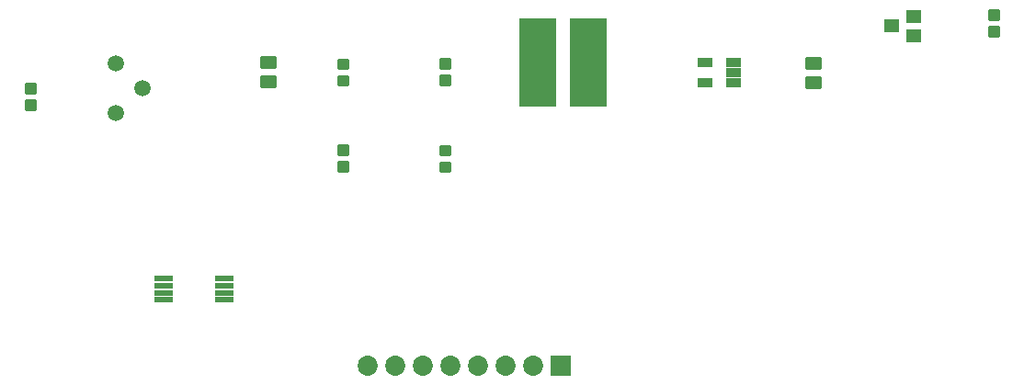
<source format=gbr>
G04 EAGLE Gerber RS-274X export*
G75*
%MOMM*%
%FSLAX34Y34*%
%LPD*%
%INSoldermask Bottom*%
%IPPOS*%
%AMOC8*
5,1,8,0,0,1.08239X$1,22.5*%
G01*
%ADD10C,0.463294*%
%ADD11C,0.425956*%
%ADD12R,1.854200X1.854200*%
%ADD13C,1.854200*%
%ADD14R,3.503200X8.203200*%
%ADD15R,1.346200X1.219200*%
%ADD16R,1.703200X0.503200*%
%ADD17R,1.403200X0.893200*%
%ADD18C,1.511200*%


D10*
X740415Y490410D02*
X740415Y497970D01*
X751785Y497970D01*
X751785Y490410D01*
X740415Y490410D01*
X740415Y494811D02*
X751785Y494811D01*
X740415Y480190D02*
X740415Y472630D01*
X740415Y480190D02*
X751785Y480190D01*
X751785Y472630D01*
X740415Y472630D01*
X740415Y477031D02*
X751785Y477031D01*
D11*
X316331Y474649D02*
X316331Y481311D01*
X316331Y474649D02*
X309669Y474649D01*
X309669Y481311D01*
X316331Y481311D01*
X316331Y478696D02*
X309669Y478696D01*
X316331Y489889D02*
X316331Y496551D01*
X316331Y489889D02*
X309669Y489889D01*
X309669Y496551D01*
X316331Y496551D01*
X316331Y493936D02*
X309669Y493936D01*
X316531Y402011D02*
X316531Y395349D01*
X309869Y395349D01*
X309869Y402011D01*
X316531Y402011D01*
X316531Y399396D02*
X309869Y399396D01*
X316531Y410589D02*
X316531Y417251D01*
X316531Y410589D02*
X309869Y410589D01*
X309869Y417251D01*
X316531Y417251D01*
X316531Y414636D02*
X309869Y414636D01*
D10*
X249685Y473030D02*
X249685Y480590D01*
X249685Y473030D02*
X238315Y473030D01*
X238315Y480590D01*
X249685Y480590D01*
X249685Y477431D02*
X238315Y477431D01*
X249685Y490810D02*
X249685Y498370D01*
X249685Y490810D02*
X238315Y490810D01*
X238315Y498370D01*
X249685Y498370D01*
X249685Y495211D02*
X238315Y495211D01*
D12*
X513900Y215100D03*
D13*
X488500Y215100D03*
X463100Y215100D03*
X437700Y215100D03*
X412300Y215100D03*
X386900Y215100D03*
X361500Y215100D03*
X336100Y215100D03*
D14*
X539600Y494700D03*
X492600Y494700D03*
D15*
X819040Y528400D03*
X839360Y519510D03*
X839360Y537290D03*
D11*
X909369Y535389D02*
X909369Y542051D01*
X916031Y542051D01*
X916031Y535389D01*
X909369Y535389D01*
X909369Y539436D02*
X916031Y539436D01*
X909369Y526811D02*
X909369Y520149D01*
X909369Y526811D02*
X916031Y526811D01*
X916031Y520149D01*
X909369Y520149D01*
X909369Y524196D02*
X916031Y524196D01*
X403769Y497051D02*
X403769Y490389D01*
X403769Y497051D02*
X410431Y497051D01*
X410431Y490389D01*
X403769Y490389D01*
X403769Y494436D02*
X410431Y494436D01*
X403769Y481811D02*
X403769Y475149D01*
X403769Y481811D02*
X410431Y481811D01*
X410431Y475149D01*
X403769Y475149D01*
X403769Y479196D02*
X410431Y479196D01*
X403869Y417051D02*
X403869Y410389D01*
X403869Y417051D02*
X410531Y417051D01*
X410531Y410389D01*
X403869Y410389D01*
X403869Y414436D02*
X410531Y414436D01*
X403869Y401811D02*
X403869Y395149D01*
X403869Y401811D02*
X410531Y401811D01*
X410531Y395149D01*
X403869Y395149D01*
X403869Y399196D02*
X410531Y399196D01*
X21969Y467389D02*
X21969Y474051D01*
X28631Y474051D01*
X28631Y467389D01*
X21969Y467389D01*
X21969Y471436D02*
X28631Y471436D01*
X21969Y458811D02*
X21969Y452149D01*
X21969Y458811D02*
X28631Y458811D01*
X28631Y452149D01*
X21969Y452149D01*
X21969Y456196D02*
X28631Y456196D01*
D16*
X148300Y275900D03*
X148300Y282400D03*
X148300Y288900D03*
X148300Y295400D03*
X203800Y275900D03*
X203800Y282400D03*
X203800Y288900D03*
X203800Y295400D03*
D17*
X672901Y494800D03*
X672901Y485300D03*
X672901Y475800D03*
X646899Y475800D03*
X646899Y494800D03*
D18*
X128580Y470600D03*
X104450Y493460D03*
X104450Y447740D03*
M02*

</source>
